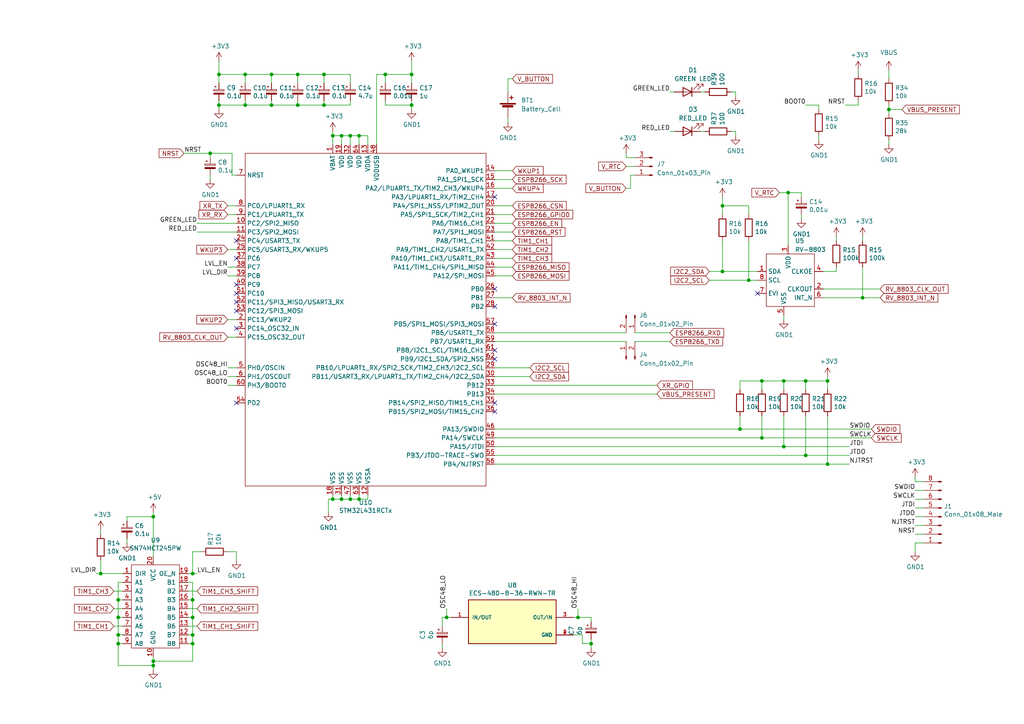
<source format=kicad_sch>
(kicad_sch (version 20231120) (generator "eeschema") (generator_version "8.0")
  (paper "A4")
  (lib_symbols
    (symbol "Connector:Conn_01x02_Pin" (pin_names (offset 1.016) hide)
      (property "Reference" "J" (at 0 2.54 0))
      (property "Value" "Conn_01x02_Pin" (at 0 -5.08 0))
      (symbol "Conn_01x02_Pin_1_1"
        (pin passive line (at 5.08 0 180) (length 3.81) (name "Pin_1") (number "1"))
        (pin passive line (at 5.08 -2.54 180) (length 3.81) (name "Pin_2") (number "2"))
      )
    )
    (symbol "Connector:Conn_01x03_Pin" (pin_names (offset 1.016) hide)
      (property "Reference" "J" (at 0 5.08 0))
      (property "Value" "Conn_01x03_Pin" (at 0 -5.08 0))
      (symbol "Conn_01x03_Pin_1_1"
        (pin passive line (at 5.08 2.54 180) (length 3.81) (name "Pin_1") (number "1"))
        (pin passive line (at 5.08 0 180) (length 3.81) (name "Pin_2") (number "2"))
        (pin passive line (at 5.08 -2.54 180) (length 3.81) (name "Pin_3") (number "3"))
      )
    )
    (symbol "Connector:Conn_01x08_Male" (pin_names (offset 1.016) hide)
      (property "Reference" "J" (at 0 10.16 0))
      (property "Value" "Conn_01x08_Male" (at 0 -12.7 0))
      (symbol "Conn_01x08_Male_1_1"
        (pin passive line (at 5.08 7.62 180) (length 3.81) (name "Pin_1") (number "1"))
        (pin passive line (at 5.08 5.08 180) (length 3.81) (name "Pin_2") (number "2"))
        (pin passive line (at 5.08 2.54 180) (length 3.81) (name "Pin_3") (number "3"))
        (pin passive line (at 5.08 0 180) (length 3.81) (name "Pin_4") (number "4"))
        (pin passive line (at 5.08 -2.54 180) (length 3.81) (name "Pin_5") (number "5"))
        (pin passive line (at 5.08 -5.08 180) (length 3.81) (name "Pin_6") (number "6"))
        (pin passive line (at 5.08 -7.62 180) (length 3.81) (name "Pin_7") (number "7"))
        (pin passive line (at 5.08 -10.16 180) (length 3.81) (name "Pin_8") (number "8"))
      )
    )
    (symbol "Device:Battery_Cell" (pin_numbers hide) (pin_names (offset 0) hide)
      (property "Reference" "BT" (at 2.54 2.54 0))
      (property "Value" "Battery_Cell" (at 2.54 0 0))
      (symbol "Battery_Cell_1_1"
        (pin passive line (at 0 5.08 270) (length 2.54) (name "+") (number "1"))
        (pin passive line (at 0 -2.54 90) (length 2.54) (name "-") (number "2"))
      )
    )
    (symbol "Device:LED" (pin_numbers hide) (pin_names (offset 1.016) hide)
      (property "Reference" "D" (at 0 2.54 0))
      (property "Value" "LED" (at 0 -2.54 0))
      (symbol "LED_1_1"
        (pin passive line (at -3.81 0 0) (length 2.54) (name "K") (number "1"))
        (pin passive line (at 3.81 0 180) (length 2.54) (name "A") (number "2"))
      )
    )
    (symbol "Device:R" (pin_numbers hide) (pin_names (offset 0))
      (property "Reference" "R" (at 2.032 0 90))
      (property "Value" "R" (at 0 0 90))
      (symbol "R_1_1"
        (pin passive line (at 0 3.81 270) (length 1.27) (name "~") (number "1"))
        (pin passive line (at 0 -3.81 90) (length 1.27) (name "~") (number "2"))
      )
    )
    (symbol "power:+5V" (power) (pin_names (offset 0))
      (property "Value" "+5V" (at 0 3.556 0))
      (symbol "+5V_1_1"
        (pin power_in line (at 0 0 90) (length 0) hide (name "+5V") (number "1"))
      )
    )
    (symbol "power:GND1" (power) (pin_names (offset 0))
      (property "Value" "GND1" (at 0 -3.81 0))
      (symbol "GND1_1_1"
        (pin power_in line (at 0 0 270) (length 0) hide (name "GND1") (number "1"))
      )
    )
    (symbol "power:VBUS" (power) (pin_names (offset 0))
      (property "Value" "VBUS" (at 0 3.81 0))
      (symbol "VBUS_1_1"
        (pin power_in line (at 0 0 90) (length 0) hide (name "VBUS") (number "1"))
      )
    )
    (symbol "spudglo_driver_v3p1-rescue:+3.3V-power" (power) (pin_names (offset 0))
      (property "Value" "+3.3V-power" (at 0 3.556 0))
      (symbol "+3.3V-power_1_1"
        (pin power_in line (at 0 0 90) (length 0) hide (name "+3V3") (number "1"))
      )
    )
    (symbol "spudglo_driver_v3p1-rescue:CP_Small-Device" (pin_numbers hide) (pin_names (offset 0.254) hide)
      (property "Reference" "C" (at 0.254 1.778 0))
      (property "Value" "CP_Small-Device" (at 0.254 -2.032 0))
      (symbol "CP_Small-Device_1_1"
        (pin passive line (at 0 2.54 270) (length 1.8542) (name "~") (number "1"))
        (pin passive line (at 0 -2.54 90) (length 1.8542) (name "~") (number "2"))
      )
    )
    (symbol "spudglo_driver_v3p1-rescue:ECS-480-8-36-RWN-TR-ECS-480-8-36-RWN-TR" (pin_names (offset 1.016))
      (property "Reference" "Y" (at -12.7254 7.6454 0))
      (property "Value" "ECS-480-8-36-RWN-TR-ECS-480-8-36-RWN-TR" (at -12.7 -7.62 0))
      (symbol "ECS-480-8-36-RWN-TR-ECS-480-8-36-RWN-TR_0_0"
        (pin bidirectional line (at -17.78 2.54 0) (length 5.08) (name "IN/OUT") (number "1"))
        (pin power_in line (at 17.78 -2.54 180) (length 5.08) (name "GND") (number "2"))
        (pin bidirectional line (at 17.78 2.54 180) (length 5.08) (name "OUT/IN") (number "3"))
        (pin power_in line (at 17.78 -2.54 180) (length 5.08) (name "GND") (number "4"))
      )
    )
    (symbol "spudglo_driver_v3p1-rescue:SN74HCT245PW-srw_custom" (pin_names (offset 1.016))
      (property "Reference" "U" (at -13.97 16.51 0))
      (property "Value" "SN74HCT245PW-srw_custom" (at 0 -34.29 0))
      (symbol "SN74HCT245PW-srw_custom_1_1"
        (pin input line (at -2.54 -2.54 0) (length 2.54) (name "DIR") (number "1"))
        (pin input line (at 6.35 -26.67 90) (length 2.54) (name "GND") (number "10"))
        (pin input line (at 16.51 -22.86 180) (length 2.54) (name "B8") (number "11"))
        (pin input line (at 16.51 -20.32 180) (length 2.54) (name "B7") (number "12"))
        (pin input line (at 16.51 -17.78 180) (length 2.54) (name "B6") (number "13"))
        (pin input line (at 16.51 -15.24 180) (length 2.54) (name "B5") (number "14"))
        (pin input line (at 16.51 -12.7 180) (length 2.54) (name "B4") (number "15"))
        (pin input line (at 16.51 -10.16 180) (length 2.54) (name "B3") (number "16"))
        (pin input line (at 16.51 -7.62 180) (length 2.54) (name "B2") (number "17"))
        (pin input line (at 16.51 -5.08 180) (length 2.54) (name "B1") (number "18"))
        (pin input line (at 16.51 -2.54 180) (length 2.54) (name "OE_N") (number "19"))
        (pin input line (at -2.54 -5.08 0) (length 2.54) (name "A1") (number "2"))
        (pin input line (at 6.35 2.54 270) (length 2.54) (name "VCC") (number "20"))
        (pin input line (at -2.54 -7.62 0) (length 2.54) (name "A2") (number "3"))
        (pin input line (at -2.54 -10.16 0) (length 2.54) (name "A3") (number "4"))
        (pin input line (at -2.54 -12.7 0) (length 2.54) (name "A4") (number "5"))
        (pin input line (at -2.54 -15.24 0) (length 2.54) (name "A5") (number "6"))
        (pin input line (at -2.54 -17.78 0) (length 2.54) (name "A6") (number "7"))
        (pin input line (at -2.54 -20.32 0) (length 2.54) (name "A7") (number "8"))
        (pin input line (at -2.54 -22.86 0) (length 2.54) (name "A8") (number "9"))
      )
    )
    (symbol "spudglo_driver_v3p1-rescue:STM32L431RCTx-MCU_ST_STM32L4"
      (property "Reference" "U" (at -6.35 29.21 0))
      (property "Value" "STM32L431RCTx-MCU_ST_STM32L4" (at -8.89 -72.39 0))
      (symbol "STM32L431RCTx-MCU_ST_STM32L4_1_1"
        (pin power_in line (at 16.51 29.21 270) (length 2.54) (name "VBAT") (number "1"))
        (pin bidirectional line (at -11.43 6.35 0) (length 2.54) (name "PC2/SPI2_MISO") (number "10"))
        (pin bidirectional line (at -11.43 3.81 0) (length 2.54) (name "PC3/SPI2_MOSI") (number "11"))
        (pin power_in line (at 26.67 -72.39 90) (length 2.54) (name "VSSA") (number "12"))
        (pin power_in line (at 26.67 29.21 270) (length 2.54) (name "VDDA") (number "13"))
        (pin bidirectional line (at 63.5 21.59 180) (length 2.54) (name "PA0_WKUP1") (number "14"))
        (pin bidirectional line (at 63.5 19.05 180) (length 2.54) (name "PA1_SPI1_SCK") (number "15"))
        (pin bidirectional line (at 63.5 16.51 180) (length 2.54) (name "PA2/LPUART1_TX/TIM2_CH3/WKUP4") (number "16"))
        (pin bidirectional line (at 63.5 13.97 180) (length 2.54) (name "PA3/LPUART1_RX/TIM2_CH4") (number "17"))
        (pin power_in line (at 16.51 -72.39 90) (length 2.54) (name "VSS") (number "18"))
        (pin power_in line (at 19.05 29.21 270) (length 2.54) (name "VDD") (number "19"))
        (pin bidirectional line (at -11.43 -21.59 0) (length 2.54) (name "PC13/WKUP2") (number "2"))
        (pin bidirectional line (at 63.5 11.43 180) (length 2.54) (name "PA4/SPI1_NSS/LPTIM2_OUT") (number "20"))
        (pin bidirectional line (at 63.5 8.89 180) (length 2.54) (name "PA5/SPI1_SCK/TIM2_CH1") (number "21"))
        (pin bidirectional line (at 63.5 6.35 180) (length 2.54) (name "PA6/TIM16_CH1") (number "22"))
        (pin bidirectional line (at 63.5 3.81 180) (length 2.54) (name "PA7/SPI1_MOSI") (number "23"))
        (pin bidirectional line (at -11.43 1.27 0) (length 2.54) (name "PC4/USART3_TX") (number "24"))
        (pin bidirectional line (at -11.43 -1.27 0) (length 2.54) (name "PC5/USART3_RX/WKUP5") (number "25"))
        (pin bidirectional line (at 63.5 -12.7 180) (length 2.54) (name "PB0") (number "26"))
        (pin bidirectional line (at 63.5 -15.24 180) (length 2.54) (name "PB1") (number "27"))
        (pin bidirectional line (at 63.5 -17.78 180) (length 2.54) (name "PB2") (number "28"))
        (pin bidirectional line (at 63.5 -35.56 180) (length 2.54) (name "PB10/LPUART1_RX/SPI2_SCK/TIM2_CH3/I2C2_SCL") (number "29"))
        (pin bidirectional line (at -11.43 -24.13 0) (length 2.54) (name "PC14_OSC32_IN") (number "3"))
        (pin bidirectional line (at 63.5 -38.1 180) (length 2.54) (name "PB11/USART3_RX/LPUART1_TX/TIM2_CH4/I2C2_SDA") (number "30"))
        (pin power_in line (at 19.05 -72.39 90) (length 2.54) (name "VSS") (number "31"))
        (pin power_in line (at 21.59 29.21 270) (length 2.54) (name "VDD") (number "32"))
        (pin bidirectional line (at 63.5 -40.64 180) (length 2.54) (name "PB12") (number "33"))
        (pin bidirectional line (at 63.5 -43.18 180) (length 2.54) (name "PB13") (number "34"))
        (pin bidirectional line (at 63.5 -45.72 180) (length 2.54) (name "PB14/SPI2_MISO/TIM15_CH1") (number "35"))
        (pin bidirectional line (at 63.5 -48.26 180) (length 2.54) (name "PB15/SPI2_MOSI/TIM15_CH2") (number "36"))
        (pin bidirectional line (at -11.43 -3.81 0) (length 2.54) (name "PC6") (number "37"))
        (pin bidirectional line (at -11.43 -6.35 0) (length 2.54) (name "PC7") (number "38"))
        (pin bidirectional line (at -11.43 -8.89 0) (length 2.54) (name "PC8") (number "39"))
        (pin bidirectional line (at -11.43 -26.67 0) (length 2.54) (name "PC15_OSC32_OUT") (number "4"))
        (pin bidirectional line (at -11.43 -11.43 0) (length 2.54) (name "PC9") (number "40"))
        (pin bidirectional line (at 63.5 1.27 180) (length 2.54) (name "PA8/TIM1_CH1") (number "41"))
        (pin bidirectional line (at 63.5 -1.27 180) (length 2.54) (name "PA9/TIM1_CH2/USART1_TX") (number "42"))
        (pin bidirectional line (at 63.5 -3.81 180) (length 2.54) (name "PA10/TIM1_CH3/USART1_RX") (number "43"))
        (pin bidirectional line (at 63.5 -6.35 180) (length 2.54) (name "PA11/TIM1_CH4/SPI1_MISO") (number "44"))
        (pin bidirectional line (at 63.5 -8.89 180) (length 2.54) (name "PA12/SPI_MOSI") (number "45"))
        (pin bidirectional line (at 63.5 -53.34 180) (length 2.54) (name "PA13/SWDIO") (number "46"))
        (pin power_in line (at 21.59 -72.39 90) (length 2.54) (name "VSS") (number "47"))
        (pin power_in line (at 29.21 29.21 270) (length 2.54) (name "VDDUSB") (number "48"))
        (pin bidirectional line (at 63.5 -55.88 180) (length 2.54) (name "PA14/SWCLK") (number "49"))
        (pin input line (at -11.43 -35.56 0) (length 2.54) (name "PH0/OSCIN") (number "5"))
        (pin bidirectional line (at 63.5 -58.42 180) (length 2.54) (name "PA15/JTDI") (number "50"))
        (pin bidirectional line (at -11.43 -13.97 0) (length 2.54) (name "PC10") (number "51"))
        (pin bidirectional line (at -11.43 -16.51 0) (length 2.54) (name "PC11/SPI3_MISO/USART3_RX") (number "52"))
        (pin bidirectional line (at -11.43 -19.05 0) (length 2.54) (name "PC12/SPI3_MOSI") (number "53"))
        (pin bidirectional line (at -11.43 -45.72 0) (length 2.54) (name "PD2") (number "54"))
        (pin bidirectional line (at 63.5 -60.96 180) (length 2.54) (name "PB3/JTDO-TRACE-SWO") (number "55"))
        (pin bidirectional line (at 63.5 -63.5 180) (length 2.54) (name "PB4/NJTRST") (number "56"))
        (pin bidirectional line (at 63.5 -22.86 180) (length 2.54) (name "PB5/SPI1_MOSI/SPI3_MOSI") (number "57"))
        (pin bidirectional line (at 63.5 -25.4 180) (length 2.54) (name "PB6/USART1_TX") (number "58"))
        (pin bidirectional line (at 63.5 -27.94 180) (length 2.54) (name "PB7/USART1_RX") (number "59"))
        (pin input line (at -11.43 -38.1 0) (length 2.54) (name "PH1/OSCOUT") (number "6"))
        (pin bidirectional line (at -11.43 -40.64 0) (length 2.54) (name "PH3/BOOT0") (number "60"))
        (pin bidirectional line (at 63.5 -30.48 180) (length 2.54) (name "PB8/I2C1_SCL/TIM16_CH1") (number "61"))
        (pin bidirectional line (at 63.5 -33.02 180) (length 2.54) (name "PB9/I2C1_SDA/SPI2_NSS") (number "62"))
        (pin power_in line (at 24.13 -72.39 90) (length 2.54) (name "VSS") (number "63"))
        (pin power_in line (at 24.13 29.21 270) (length 2.54) (name "VDD") (number "64"))
        (pin input line (at -11.43 20.32 0) (length 2.54) (name "NRST") (number "7"))
        (pin bidirectional line (at -11.43 11.43 0) (length 2.54) (name "PC0/LPUART1_RX") (number "8"))
        (pin bidirectional line (at -11.43 8.89 0) (length 2.54) (name "PC1/LPUART1_TX") (number "9"))
      )
    )
    (symbol "srw:rv-8803"
      (property "Reference" "U" (at -1.27 2.54 0))
      (property "Value" "RV-8803" (at 12.7 -16.51 0))
      (symbol "rv-8803_1_1"
        (pin input line (at -2.54 -5.08 0) (length 2.54) (name "SDA") (number "1"))
        (pin input line (at 16.51 -10.16 180) (length 2.54) (name "CLKOUT") (number "2"))
        (pin input line (at 6.35 2.54 270) (length 2.54) (name "VDD") (number "3"))
        (pin input line (at 16.51 -5.08 180) (length 2.54) (name "CLKOE") (number "4"))
        (pin input line (at 5.08 -17.78 90) (length 2.54) (name "VSS") (number "5"))
        (pin input line (at 16.51 -12.7 180) (length 2.54) (name "INT_N") (number "6"))
        (pin input line (at -2.54 -11.43 0) (length 2.54) (name "EVI") (number "7"))
        (pin input line (at -2.54 -7.62 0) (length 2.54) (name "SCL") (number "8"))
      )
    )
  )
  (junction (at 99.06 144.78))
  (junction (at 44.45 193.04))
  (junction (at 104.14 144.78))
  (junction (at 44.45 191.77))
  (junction (at 171.45 186.69))
  (junction (at 93.98 30.48))
  (junction (at 240.03 110.49))
  (junction (at 111.76 21.59))
  (junction (at 86.36 30.48))
  (junction (at 34.29 179.07))
  (junction (at 220.98 110.49))
  (junction (at 227.33 110.49))
  (junction (at 129.54 179.07))
  (junction (at 96.52 39.37))
  (junction (at 240.03 134.62))
  (junction (at 34.29 173.99))
  (junction (at 71.12 30.48))
  (junction (at 101.6 39.37))
  (junction (at 55.88 184.15))
  (junction (at 34.29 186.69))
  (junction (at 217.17 81.28))
  (junction (at 214.63 124.46))
  (junction (at 96.52 144.78))
  (junction (at 60.96 44.45))
  (junction (at 227.33 129.54))
  (junction (at 119.38 30.48))
  (junction (at 228.6 55.88))
  (junction (at 63.5 30.48))
  (junction (at 55.88 179.07))
  (junction (at 55.88 173.99))
  (junction (at 233.68 110.49))
  (junction (at 104.14 39.37))
  (junction (at 250.19 86.36))
  (junction (at 119.38 21.59))
  (junction (at 167.64 179.07))
  (junction (at 78.74 21.59))
  (junction (at 55.88 186.69))
  (junction (at 78.74 30.48))
  (junction (at 86.36 21.59))
  (junction (at 233.68 132.08))
  (junction (at 209.55 59.69))
  (junction (at 93.98 21.59))
  (junction (at 29.21 166.37))
  (junction (at 63.5 21.59))
  (junction (at 71.12 21.59))
  (junction (at 257.81 31.75))
  (junction (at 220.98 127))
  (junction (at 101.6 144.78))
  (junction (at 34.29 184.15))
  (junction (at 55.88 166.37))
  (junction (at 44.45 149.86))
  (junction (at 99.06 39.37))
  (junction (at 209.55 78.74))
  (no_connect (at 143.51 88.9))
  (no_connect (at 68.58 69.85))
  (no_connect (at 68.58 116.84))
  (no_connect (at 68.58 87.63))
  (no_connect (at 68.58 74.93))
  (no_connect (at 143.51 119.38))
  (no_connect (at 68.58 95.25))
  (no_connect (at 219.71 85.09))
  (no_connect (at 143.51 57.15))
  (no_connect (at 143.51 104.14))
  (no_connect (at 143.51 83.82))
  (no_connect (at 143.51 101.6))
  (no_connect (at 68.58 82.55))
  (no_connect (at 143.51 116.84))
  (no_connect (at 68.58 85.09))
  (no_connect (at 68.58 90.17))
  (no_connect (at 143.51 93.98))
  (wire (pts (xy 214.63 110.49) (xy 220.98 110.49)))
  (wire (pts (xy 55.88 184.15) (xy 55.88 186.69)))
  (wire (pts (xy 86.36 30.48) (xy 86.36 29.21)))
  (wire (pts (xy 220.98 120.65) (xy 220.98 127)))
  (wire (pts (xy 203.2 38.1) (xy 204.47 38.1)))
  (wire (pts (xy 128.27 187.96) (xy 128.27 186.69)))
  (wire (pts (xy 54.61 179.07) (xy 55.88 179.07)))
  (wire (pts (xy 233.68 132.08) (xy 246.38 132.08)))
  (wire (pts (xy 54.61 166.37) (xy 55.88 166.37)))
  (wire (pts (xy 55.88 166.37) (xy 57.15 166.37)))
  (wire (pts (xy 228.6 55.88) (xy 228.6 71.12)))
  (wire (pts (xy 104.14 144.78) (xy 106.68 144.78)))
  (wire (pts (xy 68.58 50.8) (xy 67.31 50.8)))
  (wire (pts (xy 228.6 55.88) (xy 232.41 55.88)))
  (wire (pts (xy 66.04 160.02) (xy 68.58 160.02)))
  (wire (pts (xy 143.51 62.23) (xy 148.59 62.23)))
  (wire (pts (xy 34.29 179.07) (xy 34.29 173.99)))
  (wire (pts (xy 78.74 30.48) (xy 78.74 29.21)))
  (wire (pts (xy 143.51 80.01) (xy 148.59 80.01)))
  (wire (pts (xy 63.5 30.48) (xy 71.12 30.48)))
  (wire (pts (xy 257.81 31.75) (xy 257.81 33.02)))
  (wire (pts (xy 34.29 186.69) (xy 34.29 184.15)))
  (wire (pts (xy 265.43 144.78) (xy 267.97 144.78)))
  (wire (pts (xy 106.68 144.78) (xy 106.68 143.51)))
  (wire (pts (xy 101.6 144.78) (xy 101.6 143.51)))
  (wire (pts (xy 119.38 24.13) (xy 119.38 21.59)))
  (wire (pts (xy 212.09 26.67) (xy 213.36 26.67)))
  (wire (pts (xy 128.27 179.07) (xy 128.27 181.61)))
  (wire (pts (xy 148.59 54.61) (xy 143.51 54.61)))
  (wire (pts (xy 213.36 26.67) (xy 213.36 27.94)))
  (wire (pts (xy 33.02 176.53) (xy 35.56 176.53)))
  (wire (pts (xy 93.98 30.48) (xy 101.6 30.48)))
  (wire (pts (xy 86.36 21.59) (xy 93.98 21.59)))
  (wire (pts (xy 78.74 24.13) (xy 78.74 21.59)))
  (wire (pts (xy 101.6 39.37) (xy 99.06 39.37)))
  (wire (pts (xy 55.88 173.99) (xy 55.88 168.91)))
  (wire (pts (xy 147.32 26.67) (xy 147.32 22.86)))
  (wire (pts (xy 181.61 48.26) (xy 184.15 48.26)))
  (wire (pts (xy 96.52 39.37) (xy 96.52 38.1)))
  (wire (pts (xy 203.2 26.67) (xy 204.47 26.67)))
  (wire (pts (xy 167.64 176.53) (xy 167.64 179.07)))
  (wire (pts (xy 34.29 173.99) (xy 35.56 173.99)))
  (wire (pts (xy 67.31 44.45) (xy 60.96 44.45)))
  (wire (pts (xy 44.45 191.77) (xy 55.88 191.77)))
  (wire (pts (xy 44.45 191.77) (xy 44.45 190.5)))
  (wire (pts (xy 226.06 55.88) (xy 228.6 55.88)))
  (wire (pts (xy 147.32 22.86) (xy 148.59 22.86)))
  (wire (pts (xy 213.36 38.1) (xy 213.36 39.37)))
  (wire (pts (xy 55.88 168.91) (xy 54.61 168.91)))
  (wire (pts (xy 130.81 179.07) (xy 129.54 179.07)))
  (wire (pts (xy 34.29 173.99) (xy 34.29 168.91)))
  (wire (pts (xy 111.76 21.59) (xy 111.76 24.13)))
  (wire (pts (xy 220.98 110.49) (xy 227.33 110.49)))
  (wire (pts (xy 44.45 193.04) (xy 34.29 193.04)))
  (wire (pts (xy 63.5 30.48) (xy 63.5 31.75)))
  (wire (pts (xy 119.38 29.21) (xy 119.38 30.48)))
  (wire (pts (xy 29.21 154.94) (xy 29.21 153.67)))
  (wire (pts (xy 101.6 41.91) (xy 101.6 39.37)))
  (wire (pts (xy 205.74 78.74) (xy 209.55 78.74)))
  (wire (pts (xy 66.04 109.22) (xy 68.58 109.22)))
  (wire (pts (xy 104.14 41.91) (xy 104.14 39.37)))
  (wire (pts (xy 143.51 72.39) (xy 148.59 72.39)))
  (wire (pts (xy 71.12 30.48) (xy 71.12 29.21)))
  (wire (pts (xy 143.51 109.22) (xy 153.67 109.22)))
  (wire (pts (xy 55.88 191.77) (xy 55.88 186.69)))
  (wire (pts (xy 101.6 21.59) (xy 93.98 21.59)))
  (wire (pts (xy 129.54 176.53) (xy 129.54 179.07)))
  (wire (pts (xy 184.15 96.52) (xy 194.31 96.52)))
  (wire (pts (xy 96.52 144.78) (xy 99.06 144.78)))
  (wire (pts (xy 27.94 166.37) (xy 29.21 166.37)))
  (wire (pts (xy 55.88 184.15) (xy 55.88 179.07)))
  (wire (pts (xy 212.09 38.1) (xy 213.36 38.1)))
  (wire (pts (xy 194.31 26.67) (xy 195.58 26.67)))
  (wire (pts (xy 143.51 124.46) (xy 214.63 124.46)))
  (wire (pts (xy 143.51 77.47) (xy 148.59 77.47)))
  (wire (pts (xy 66.04 106.68) (xy 68.58 106.68)))
  (wire (pts (xy 233.68 30.48) (xy 237.49 30.48)))
  (wire (pts (xy 54.61 184.15) (xy 55.88 184.15)))
  (wire (pts (xy 93.98 29.21) (xy 93.98 30.48)))
  (wire (pts (xy 111.76 21.59) (xy 119.38 21.59)))
  (wire (pts (xy 57.15 67.31) (xy 68.58 67.31)))
  (wire (pts (xy 96.52 144.78) (xy 96.52 143.51)))
  (wire (pts (xy 119.38 31.75) (xy 119.38 30.48)))
  (wire (pts (xy 182.88 54.61) (xy 182.88 50.8)))
  (wire (pts (xy 194.31 38.1) (xy 195.58 38.1)))
  (wire (pts (xy 143.51 52.07) (xy 148.59 52.07)))
  (wire (pts (xy 57.15 64.77) (xy 68.58 64.77)))
  (wire (pts (xy 63.5 21.59) (xy 63.5 17.78)))
  (wire (pts (xy 63.5 24.13) (xy 63.5 21.59)))
  (wire (pts (xy 250.19 77.47) (xy 250.19 86.36)))
  (wire (pts (xy 242.57 68.58) (xy 242.57 69.85)))
  (wire (pts (xy 63.5 29.21) (xy 63.5 30.48)))
  (wire (pts (xy 101.6 144.78) (xy 104.14 144.78)))
  (wire (pts (xy 99.06 144.78) (xy 101.6 144.78)))
  (wire (pts (xy 227.33 110.49) (xy 227.33 113.03)))
  (wire (pts (xy 265.43 157.48) (xy 265.43 160.02)))
  (wire (pts (xy 44.45 194.31) (xy 44.45 193.04)))
  (wire (pts (xy 71.12 30.48) (xy 78.74 30.48)))
  (wire (pts (xy 265.43 152.4) (xy 267.97 152.4)))
  (wire (pts (xy 34.29 168.91) (xy 35.56 168.91)))
  (wire (pts (xy 33.02 181.61) (xy 35.56 181.61)))
  (wire (pts (xy 232.41 55.88) (xy 232.41 57.15)))
  (wire (pts (xy 66.04 59.69) (xy 68.58 59.69)))
  (wire (pts (xy 238.76 86.36) (xy 250.19 86.36)))
  (wire (pts (xy 250.19 86.36) (xy 255.27 86.36)))
  (wire (pts (xy 71.12 21.59) (xy 78.74 21.59)))
  (wire (pts (xy 209.55 59.69) (xy 209.55 62.23)))
  (wire (pts (xy 44.45 149.86) (xy 44.45 161.29)))
  (wire (pts (xy 166.37 184.15) (xy 168.91 184.15)))
  (wire (pts (xy 233.68 110.49) (xy 227.33 110.49)))
  (wire (pts (xy 143.51 86.36) (xy 148.59 86.36)))
  (wire (pts (xy 171.45 179.07) (xy 167.64 179.07)))
  (wire (pts (xy 29.21 162.56) (xy 29.21 166.37)))
  (wire (pts (xy 181.61 54.61) (xy 182.88 54.61)))
  (wire (pts (xy 34.29 193.04) (xy 34.29 186.69)))
  (wire (pts (xy 257.81 31.75) (xy 261.62 31.75)))
  (wire (pts (xy 267.97 139.7) (xy 265.43 139.7)))
  (wire (pts (xy 143.51 134.62) (xy 240.03 134.62)))
  (wire (pts (xy 257.81 40.64) (xy 257.81 41.91)))
  (wire (pts (xy 66.04 111.76) (xy 68.58 111.76)))
  (wire (pts (xy 55.88 179.07) (xy 55.88 173.99)))
  (wire (pts (xy 250.19 68.58) (xy 250.19 69.85)))
  (wire (pts (xy 171.45 180.34) (xy 171.45 179.07)))
  (wire (pts (xy 63.5 21.59) (xy 71.12 21.59)))
  (wire (pts (xy 55.88 160.02) (xy 58.42 160.02)))
  (wire (pts (xy 265.43 149.86) (xy 267.97 149.86)))
  (wire (pts (xy 233.68 113.03) (xy 233.68 110.49)))
  (wire (pts (xy 119.38 21.59) (xy 119.38 17.78)))
  (wire (pts (xy 101.6 29.21) (xy 101.6 30.48)))
  (wire (pts (xy 53.34 44.45) (xy 60.96 44.45)))
  (wire (pts (xy 227.33 129.54) (xy 227.33 120.65)))
  (wire (pts (xy 111.76 29.21) (xy 111.76 30.48)))
  (wire (pts (xy 217.17 59.69) (xy 209.55 59.69)))
  (wire (pts (xy 78.74 21.59) (xy 86.36 21.59)))
  (wire (pts (xy 265.43 147.32) (xy 267.97 147.32)))
  (wire (pts (xy 44.45 193.04) (xy 44.45 191.77)))
  (wire (pts (xy 265.43 142.24) (xy 267.97 142.24)))
  (wire (pts (xy 36.83 156.21) (xy 36.83 157.48)))
  (wire (pts (xy 240.03 113.03) (xy 240.03 110.49)))
  (wire (pts (xy 248.92 21.59) (xy 248.92 20.32)))
  (wire (pts (xy 248.92 30.48) (xy 248.92 29.21)))
  (wire (pts (xy 217.17 81.28) (xy 219.71 81.28)))
  (wire (pts (xy 168.91 186.69) (xy 171.45 186.69)))
  (wire (pts (xy 240.03 134.62) (xy 240.03 120.65)))
  (wire (pts (xy 143.51 59.69) (xy 148.59 59.69)))
  (wire (pts (xy 143.51 99.06) (xy 181.61 99.06)))
  (wire (pts (xy 184.15 45.72) (xy 181.61 45.72)))
  (wire (pts (xy 143.51 111.76) (xy 190.5 111.76)))
  (wire (pts (xy 143.51 74.93) (xy 148.59 74.93)))
  (wire (pts (xy 109.22 21.59) (xy 111.76 21.59)))
  (wire (pts (xy 237.49 31.75) (xy 237.49 30.48)))
  (wire (pts (xy 233.68 110.49) (xy 240.03 110.49)))
  (wire (pts (xy 143.51 132.08) (xy 233.68 132.08)))
  (wire (pts (xy 171.45 186.69) (xy 171.45 185.42)))
  (wire (pts (xy 267.97 157.48) (xy 265.43 157.48)))
  (wire (pts (xy 143.51 129.54) (xy 227.33 129.54)))
  (wire (pts (xy 54.61 173.99) (xy 55.88 173.99)))
  (wire (pts (xy 95.25 148.59) (xy 95.25 144.78)))
  (wire (pts (xy 104.14 39.37) (xy 101.6 39.37)))
  (wire (pts (xy 167.64 179.07) (xy 166.37 179.07)))
  (wire (pts (xy 106.68 41.91) (xy 106.68 39.37)))
  (wire (pts (xy 36.83 151.13) (xy 36.83 149.86)))
  (wire (pts (xy 34.29 179.07) (xy 35.56 179.07)))
  (wire (pts (xy 99.06 39.37) (xy 96.52 39.37)))
  (wire (pts (xy 96.52 41.91) (xy 96.52 39.37)))
  (wire (pts (xy 60.96 45.72) (xy 60.96 44.45)))
  (wire (pts (xy 214.63 124.46) (xy 252.73 124.46)))
  (wire (pts (xy 237.49 40.64) (xy 237.49 39.37)))
  (wire (pts (xy 101.6 24.13) (xy 101.6 21.59)))
  (wire (pts (xy 109.22 21.59) (xy 109.22 41.91)))
  (wire (pts (xy 143.51 96.52) (xy 181.61 96.52)))
  (wire (pts (xy 227.33 91.44) (xy 227.33 92.71)))
  (wire (pts (xy 54.61 176.53) (xy 57.15 176.53)))
  (wire (pts (xy 119.38 30.48) (xy 111.76 30.48)))
  (wire (pts (xy 143.51 127) (xy 220.98 127)))
  (wire (pts (xy 93.98 21.59) (xy 93.98 24.13)))
  (wire (pts (xy 257.81 20.32) (xy 257.81 22.86)))
  (wire (pts (xy 143.51 64.77) (xy 148.59 64.77)))
  (wire (pts (xy 66.04 92.71) (xy 68.58 92.71)))
  (wire (pts (xy 104.14 143.51) (xy 104.14 144.78)))
  (wire (pts (xy 143.51 49.53) (xy 148.59 49.53)))
  (wire (pts (xy 99.06 143.51) (xy 99.06 144.78)))
  (wire (pts (xy 217.17 69.85) (xy 217.17 81.28)))
  (wire (pts (xy 240.03 134.62) (xy 246.38 134.62)))
  (wire (pts (xy 86.36 24.13) (xy 86.36 21.59)))
  (wire (pts (xy 240.03 110.49) (xy 240.03 109.22)))
  (wire (pts (xy 184.15 99.06) (xy 194.31 99.06)))
  (wire (pts (xy 55.88 186.69) (xy 54.61 186.69)))
  (wire (pts (xy 99.06 41.91) (xy 99.06 39.37)))
  (wire (pts (xy 68.58 160.02) (xy 68.58 162.56)))
  (wire (pts (xy 245.11 30.48) (xy 248.92 30.48)))
  (wire (pts (xy 66.04 62.23) (xy 68.58 62.23)))
  (wire (pts (xy 238.76 83.82) (xy 255.27 83.82)))
  (wire (pts (xy 205.74 81.28) (xy 217.17 81.28)))
  (wire (pts (xy 95.25 144.78) (xy 96.52 144.78)))
  (wire (pts (xy 66.04 97.79) (xy 68.58 97.79)))
  (wire (pts (xy 34.29 184.15) (xy 35.56 184.15)))
  (wire (pts (xy 66.04 80.01) (xy 68.58 80.01)))
  (wire (pts (xy 78.74 30.48) (xy 86.36 30.48)))
  (wire (pts (xy 143.51 69.85) (xy 148.59 69.85)))
  (wire (pts (xy 238.76 78.74) (xy 242.57 78.74)))
  (wire (pts (xy 209.55 57.15) (xy 209.55 59.69)))
  (wire (pts (xy 214.63 124.46) (xy 214.63 120.65)))
  (wire (pts (xy 44.45 148.59) (xy 44.45 149.86)))
  (wire (pts (xy 129.54 179.07) (xy 128.27 179.07)))
  (wire (pts (xy 143.51 67.31) (xy 148.59 67.31)))
  (wire (pts (xy 93.98 30.48) (xy 86.36 30.48)))
  (wire (pts (xy 233.68 132.08) (xy 233.68 120.65)))
  (wire (pts (xy 67.31 50.8) (xy 67.31 44.45)))
  (wire (pts (xy 35.56 166.37) (xy 29.21 166.37)))
  (wire (pts (xy 60.96 52.07) (xy 60.96 50.8)))
  (wire (pts (xy 214.63 113.03) (xy 214.63 110.49)))
  (wire (pts (xy 33.02 171.45) (xy 35.56 171.45)))
  (wire (pts (xy 36.83 149.86) (xy 44.45 149.86)))
  (wire (pts (xy 106.68 39.37) (xy 104.14 39.37)))
  (wire (pts (xy 66.04 77.47) (xy 68.58 77.47)))
  (wire (pts (xy 66.04 72.39) (xy 68.58 72.39)))
  (wire (pts (xy 54.61 181.61) (xy 57.15 181.61)))
  (wire (pts (xy 181.61 45.72) (xy 181.61 44.45)))
  (wire (pts (xy 220.98 127) (xy 252.73 127)))
  (wire (pts (xy 55.88 166.37) (xy 55.88 160.02)))
  (wire (pts (xy 34.29 186.69) (xy 35.56 186.69)))
  (wire (pts (xy 265.43 154.94) (xy 267.97 154.94)))
  (wire (pts (xy 54.61 171.45) (xy 57.15 171.45)))
  (wire (pts (xy 257.81 30.48) (xy 257.81 31.75)))
  (wire (pts (xy 232.41 62.23) (xy 232.41 63.5)))
  (wire (pts (xy 171.45 187.96) (xy 171.45 186.69)))
  (wire (pts (xy 209.55 78.74) (xy 219.71 78.74)))
  (wire (pts (xy 71.12 24.13) (xy 71.12 21.59)))
  (wire (pts (xy 34.29 184.15) (xy 34.29 179.07)))
  (wire (pts (xy 143.51 114.3) (xy 190.5 114.3)))
  (wire (pts (xy 143.51 106.68) (xy 153.67 106.68)))
  (wire (pts (xy 209.55 69.85) (xy 209.55 78.74)))
  (wire (pts (xy 265.43 139.7) (xy 265.43 138.43)))
  (wire (pts (xy 168.91 184.15) (xy 168.91 186.69)))
  (wire (pts (xy 182.88 50.8) (xy 184.15 50.8)))
  (wire (pts (xy 242.57 78.74) (xy 242.57 77.47)))
  (wire (pts (xy 220.98 113.03) (xy 220.98 110.49)))
  (wire (pts (xy 227.33 129.54) (xy 246.38 129.54)))
  (wire (pts (xy 147.32 34.29) (xy 147.32 35.56)))
  (wire (pts (xy 217.17 62.23) (xy 217.17 59.69)))
  (label "NRST" (at 245.11 30.48 180))
  (label "LVL_EN" (at 57.15 166.37 0))
  (label "SWCLK" (at 265.43 144.78 180))
  (label "SWDIO" (at 265.43 142.24 180))
  (label "NJTRST" (at 265.43 152.4 180))
  (label "NRST" (at 265.43 154.94 180))
  (label "JTDO" (at 265.43 149.86 180))
  (label "RED_LED" (at 57.15 67.31 180))
  (label "NJTRST" (at 246.38 134.62 0))
  (label "GREEN_LED" (at 57.15 64.77 180))
  (label "OSC48_HI" (at 66.04 106.68 180))
  (label "JTDI" (at 265.43 147.32 180))
  (label "GREEN_LED" (at 194.31 26.67 180))
  (label "JTDO" (at 246.38 132.08 0))
  (label "BOOT0" (at 66.04 111.76 180))
  (label "SWCLK" (at 246.38 127 0))
  (label "BOOT0" (at 233.68 30.48 180))
  (label "JTDI" (at 246.38 129.54 0))
  (label "RED_LED" (at 194.31 38.1 180))
  (label "LVL_EN" (at 66.04 77.47 180))
  (label "LVL_DIR" (at 27.94 166.37 180))
  (label "OSC48_LO" (at 129.54 176.53 90))
  (label "OSC48_LO" (at 66.04 109.22 180))
  (label "OSC48_HI" (at 167.64 176.53 90))
  (label "SWDIO" (at 246.38 124.46 0))
  (label "NRST" (at 58.42 44.45 180))
  (label "LVL_DIR" (at 66.04 80.01 180))
  (global_label "ESP8266_EN" (shape input) (at 148.59 64.77 0) (property "Intersheetrefs" "${INTERSHEET_REFS}" (effects (hide yes))))
  (global_label "ESP8266_RST" (shape input) (at 148.59 67.31 0) (property "Intersheetrefs" "${INTERSHEET_REFS}" (effects (hide yes))))
  (global_label "RV_8803_INT_N" (shape input) (at 255.27 86.36 0) (property "Intersheetrefs" "${INTERSHEET_REFS}" (effects (hide yes))))
  (global_label "SWCLK" (shape input) (at 252.73 127 0) (property "Intersheetrefs" "${INTERSHEET_REFS}" (effects (hide yes))))
  (global_label "SWDIO" (shape input) (at 252.73 124.46 0) (property "Intersheetrefs" "${INTERSHEET_REFS}" (effects (hide yes))))
  (global_label "XR_RX" (shape input) (at 66.04 62.23 180) (property "Intersheetrefs" "${INTERSHEET_REFS}" (effects (hide yes))))
  (global_label "TIM1_CH2" (shape input) (at 33.02 176.53 180) (property "Intersheetrefs" "${INTERSHEET_REFS}" (effects (hide yes))))
  (global_label "WKUP1" (shape input) (at 148.59 49.53 0) (property "Intersheetrefs" "${INTERSHEET_REFS}" (effects (hide yes))))
  (global_label "ESP8266_CSN" (shape input) (at 148.59 59.69 0) (property "Intersheetrefs" "${INTERSHEET_REFS}" (effects (hide yes))))
  (global_label "XR_GPIO" (shape input) (at 190.5 111.76 0) (property "Intersheetrefs" "${INTERSHEET_REFS}" (effects (hide yes))))
  (global_label "ESP8266_GPIO0" (shape input) (at 148.59 62.23 0) (property "Intersheetrefs" "${INTERSHEET_REFS}" (effects (hide yes))))
  (global_label "RV_8803_CLK_OUT" (shape input) (at 255.27 83.82 0) (property "Intersheetrefs" "${INTERSHEET_REFS}" (effects (hide yes))))
  (global_label "VBUS_PRESENT" (shape input) (at 261.62 31.75 0) (property "Intersheetrefs" "${INTERSHEET_REFS}" (effects (hide yes))))
  (global_label "ESP8266_TXD" (shape input) (at 194.31 99.06 0) (property "Intersheetrefs" "${INTERSHEET_REFS}" (effects (hide yes))))
  (global_label "ESP8266_MOSI" (shape input) (at 148.59 80.01 0) (property "Intersheetrefs" "${INTERSHEET_REFS}" (effects (hide yes))))
  (global_label "TIM1_CH1_SHIFT" (shape input) (at 57.15 181.61 0) (property "Intersheetrefs" "${INTERSHEET_REFS}" (effects (hide yes))))
  (global_label "NRST" (shape input) (at 53.34 44.45 180) (property "Intersheetrefs" "${INTERSHEET_REFS}" (effects (hide yes))))
  (global_label "I2C2_SDA" (shape input) (at 205.74 78.74 180) (property "Intersheetrefs" "${INTERSHEET_REFS}" (effects (hide yes))))
  (global_label "V_RTC" (shape input) (at 226.06 55.88 180) (property "Intersheetrefs" "${INTERSHEET_REFS}" (effects (hide yes))))
  (global_label "TIM1_CH3" (shape input) (at 33.02 171.45 180) (property "Intersheetrefs" "${INTERSHEET_REFS}" (effects (hide yes))))
  (global_label "WKUP3" (shape input) (at 66.04 72.39 180) (property "Intersheetrefs" "${INTERSHEET_REFS}" (effects (hide yes))))
  (global_label "V_BUTTON" (shape input) (at 148.59 22.86 0) (property "Intersheetrefs" "${INTERSHEET_REFS}" (effects (hide yes))))
  (global_label "ESP8266_MISO" (shape input) (at 148.59 77.47 0) (property "Intersheetrefs" "${INTERSHEET_REFS}" (effects (hide yes))))
  (global_label "ESP8266_RXD" (shape input) (at 194.31 96.52 0) (property "Intersheetrefs" "${INTERSHEET_REFS}" (effects (hide yes))))
  (global_label "TIM1_CH3" (shape input) (at 148.59 74.93 0) (property "Intersheetrefs" "${INTERSHEET_REFS}" (effects (hide yes))))
  (global_label "TIM1_CH1" (shape input) (at 33.02 181.61 180) (property "Intersheetrefs" "${INTERSHEET_REFS}" (effects (hide yes))))
  (global_label "TIM1_CH2_SHIFT" (shape input) (at 57.15 176.53 0) (property "Intersheetrefs" "${INTERSHEET_REFS}" (effects (hide yes))))
  (global_label "V_RTC" (shape input) (at 181.61 48.26 180) (property "Intersheetrefs" "${INTERSHEET_REFS}" (effects (hide yes))))
  (global_label "RV_8803_INT_N" (shape input) (at 148.59 86.36 0) (property "Intersheetrefs" "${INTERSHEET_REFS}" (effects (hide yes))))
  (global_label "I2C2_SCL" (shape input) (at 205.74 81.28 180) (property "Intersheetrefs" "${INTERSHEET_REFS}" (effects (hide yes))))
  (global_label "TIM1_CH2" (shape input) (at 148.59 72.39 0) (property "Intersheetrefs" "${INTERSHEET_REFS}" (effects (hide yes))))
  (global_label "I2C2_SDA" (shape input) (at 153.67 109.22 0) (property "Intersheetrefs" "${INTERSHEET_REFS}" (effects (hide yes))))
  (global_label "RV_8803_CLK_OUT" (shape input) (at 66.04 97.79 180) (property "Intersheetrefs" "${INTERSHEET_REFS}" (effects (hide yes))))
  (global_label "ESP8266_SCK" (shape input) (at 148.59 52.07 0) (property "Intersheetrefs" "${INTERSHEET_REFS}" (effects (hide yes))))
  (global_label "WKUP4" (shape input) (at 148.59 54.61 0) (property "Intersheetrefs" "${INTERSHEET_REFS}" (effects (hide yes))))
  (global_label "V_BUTTON" (shape input) (at 181.61 54.61 180) (property "Intersheetrefs" "${INTERSHEET_REFS}" (effects (hide yes))))
  (global_label "TIM1_CH3_SHIFT" (shape input) (at 57.15 171.45 0) (property "Intersheetrefs" "${INTERSHEET_REFS}" (effects (hide yes))))
  (global_label "WKUP2" (shape input) (at 66.04 92.71 180) (property "Intersheetrefs" "${INTERSHEET_REFS}" (effects (hide yes))))
  (global_label "VBUS_PRESENT" (shape input) (at 190.5 114.3 0) (property "Intersheetrefs" "${INTERSHEET_REFS}" (effects (hide yes))))
  (global_label "TIM1_CH1" (shape input) (at 148.59 69.85 0) (property "Intersheetrefs" "${INTERSHEET_REFS}" (effects (hide yes))))
  (global_label "I2C2_SCL" (shape input) (at 153.67 106.68 0) (property "Intersheetrefs" "${INTERSHEET_REFS}" (effects (hide yes))))
  (global_label "XR_TX" (shape input) (at 66.04 59.69 180) (property "Intersheetrefs" "${INTERSHEET_REFS}" (effects (hide yes))))
  (symbol (lib_id "Connector:Conn_01x02_Pin") (at 181.61 104.14 90) (unit 1)
    (property "Reference" "J4" (at 185.42 102.87 90) (effects (justify right)))
    (property "Value" "Conn_01x02_Pin" (at 185.42 105.41 90) (effects (justify right)))
    (property "Footprint" "Connector_PinHeader_2.54mm:PinHeader_1x02_P2.54mm_Vertical" (effects (hide yes)))
  )
  (symbol (lib_id "Device:LED") (at 199.39 38.1 180) (unit 1)
    (property "Reference" "D3" (at 200.9775 31.75 0))
    (property "Value" "RED_LED" (at 200.9775 34.29 0))
    (property "Footprint" "LED_SMD:LED_0603_1608Metric" (effects (hide yes)))
    (property "Datasheet" "C389517" (effects (hide yes)))
  )
  (symbol (lib_id "spudglo_driver_v3p1-rescue:STM32L431RCTx-MCU_ST_STM32L4") (at 80.01 71.12 0) (unit 1)
    (property "Reference" "U10" (at 106.045 145.7706 0))
    (property "Value" "STM32L431RCTx" (at 106.045 148.082 0))
    (property "Footprint" "Package_QFP:LQFP-64_10x10mm_P0.5mm" (effects (hide yes)))
    (property "Datasheet" "http://www.st.com/st-web-ui/static/active/en/resource/technical/document/datasheet/DM00257211.pdf" (effects (hide yes)))
  )
  (symbol (lib_id "power:GND1") (at 227.33 92.71 0) (unit 1)
    (property "Reference" "#PWR0147" (effects (hide yes)))
    (property "Value" "GND1" (at 227.457 97.1042 0))
  )
  (symbol (lib_id "Device:R") (at 227.33 116.84 0) (unit 1)
    (property "Reference" "R20" (at 229.108 115.6716 0) (effects (justify left)))
    (property "Value" "10k" (at 229.108 117.983 0) (effects (justify left)))
    (property "Footprint" "Resistor_SMD:R_0603_1608Metric_Pad0.98x0.95mm_HandSolder" (effects (hide yes)))
  )
  (symbol (lib_id "spudglo_driver_v3p1-rescue:CP_Small-Device") (at 63.5 26.67 0) (unit 1)
    (property "Reference" "C9" (at 65.7352 25.5016 0) (effects (justify left)))
    (property "Value" "0.1u" (at 65.7352 27.813 0) (effects (justify left)))
    (property "Footprint" "Capacitor_SMD:C_0603_1608Metric_Pad1.08x0.95mm_HandSolder" (effects (hide yes)))
  )
  (symbol (lib_id "Device:R") (at 257.81 26.67 0) (unit 1)
    (property "Reference" "R34" (at 259.588 25.5016 0) (effects (justify left)))
    (property "Value" "10k" (at 259.588 27.813 0) (effects (justify left)))
    (property "Footprint" "Resistor_SMD:R_0603_1608Metric_Pad0.98x0.95mm_HandSolder" (effects (hide yes)))
  )
  (symbol (lib_id "spudglo_driver_v3p1-rescue:+3.3V-power") (at 29.21 153.67 0) (unit 1)
    (property "Reference" "#PWR0117" (effects (hide yes)))
    (property "Value" "+3V3" (at 29.591 149.2758 0))
  )
  (symbol (lib_id "spudglo_driver_v3p1-rescue:+3.3V-power") (at 181.61 44.45 0) (unit 1)
    (property "Reference" "#PWR0122" (effects (hide yes)))
    (property "Value" "+3V3" (at 181.991 40.0558 0))
  )
  (symbol (lib_id "spudglo_driver_v3p1-rescue:CP_Small-Device") (at 101.6 26.67 0) (unit 1)
    (property "Reference" "C14" (at 103.8352 25.5016 0) (effects (justify left)))
    (property "Value" "4.7u" (at 103.8352 27.813 0) (effects (justify left)))
    (property "Footprint" "Capacitor_SMD:C_0603_1608Metric_Pad1.08x0.95mm_HandSolder" (effects (hide yes)))
  )
  (symbol (lib_id "power:GND1") (at 63.5 31.75 0) (unit 1)
    (property "Reference" "#PWR0128" (effects (hide yes)))
    (property "Value" "GND1" (at 63.627 36.1442 0))
  )
  (symbol (lib_id "power:GND1") (at 36.83 157.48 0) (unit 1)
    (property "Reference" "#PWR0135" (effects (hide yes)))
    (property "Value" "GND1" (at 36.957 161.8742 0))
  )
  (symbol (lib_id "Device:R") (at 240.03 116.84 0) (unit 1)
    (property "Reference" "R22" (at 241.808 115.6716 0) (effects (justify left)))
    (property "Value" "10k" (at 241.808 117.983 0) (effects (justify left)))
    (property "Footprint" "Resistor_SMD:R_0603_1608Metric_Pad0.98x0.95mm_HandSolder" (effects (hide yes)))
  )
  (symbol (lib_id "spudglo_driver_v3p1-rescue:+3.3V-power") (at 250.19 68.58 0) (unit 1)
    (property "Reference" "#PWR0122" (effects (hide yes)))
    (property "Value" "+3V3" (at 250.571 64.1858 0))
  )
  (symbol (lib_id "Device:R") (at 242.57 73.66 0) (unit 1)
    (property "Reference" "R15" (at 244.348 72.4916 0) (effects (justify left)))
    (property "Value" "100k" (at 244.348 74.803 0) (effects (justify left)))
    (property "Footprint" "Resistor_SMD:R_0603_1608Metric_Pad0.98x0.95mm_HandSolder" (effects (hide yes)))
  )
  (symbol (lib_id "spudglo_driver_v3p1-rescue:+3.3V-power") (at 265.43 138.43 0) (unit 1)
    (property "Reference" "#PWR0141" (effects (hide yes)))
    (property "Value" "+3V3" (at 265.811 134.0358 0))
  )
  (symbol (lib_id "power:GND1") (at 257.81 41.91 0) (unit 1)
    (property "Reference" "#PWR0147" (effects (hide yes)))
    (property "Value" "GND1" (at 257.937 46.3042 0))
  )
  (symbol (lib_id "spudglo_driver_v3p1-rescue:+3.3V-power") (at 209.55 57.15 0) (unit 1)
    (property "Reference" "#PWR0122" (effects (hide yes)))
    (property "Value" "+3V3" (at 209.931 52.7558 0))
  )
  (symbol (lib_id "spudglo_driver_v3p1-rescue:CP_Small-Device") (at 93.98 26.67 0) (unit 1)
    (property "Reference" "C13" (at 96.2152 25.5016 0) (effects (justify left)))
    (property "Value" "0.1u" (at 96.2152 27.813 0) (effects (justify left)))
    (property "Footprint" "Capacitor_SMD:C_0603_1608Metric_Pad1.08x0.95mm_HandSolder" (effects (hide yes)))
  )
  (symbol (lib_id "spudglo_driver_v3p1-rescue:CP_Small-Device") (at 36.83 153.67 0) (unit 1)
    (property "Reference" "C6" (at 39.0652 152.5016 0) (effects (justify left)))
    (property "Value" "0.1u" (at 39.0652 154.813 0) (effects (justify left)))
    (property "Footprint" "Capacitor_SMD:C_0603_1608Metric_Pad1.08x0.95mm_HandSolder" (effects (hide yes)))
  )
  (symbol (lib_id "power:GND1") (at 213.36 27.94 0) (unit 1)
    (property "Reference" "#PWR012" (effects (hide yes)))
    (property "Value" "GND1" (at 213.487 32.3342 0))
  )
  (symbol (lib_id "power:GND1") (at 44.45 194.31 0) (unit 1)
    (property "Reference" "#PWR0137" (effects (hide yes)))
    (property "Value" "GND1" (at 44.577 198.7042 0))
  )
  (symbol (lib_id "spudglo_driver_v3p1-rescue:CP_Small-Device") (at 171.45 182.88 0) (unit 1)
    (property "Reference" "C7" (at 165.735 182.88 90))
    (property "Value" "6p" (at 168.0464 182.88 90))
    (property "Footprint" "Capacitor_SMD:C_0603_1608Metric_Pad1.08x0.95mm_HandSolder" (effects (hide yes)))
  )
  (symbol (lib_id "spudglo_driver_v3p1-rescue:+3.3V-power") (at 242.57 68.58 0) (unit 1)
    (property "Reference" "#PWR0122" (effects (hide yes)))
    (property "Value" "+3V3" (at 242.951 64.1858 0))
  )
  (symbol (lib_id "Device:R") (at 62.23 160.02 90) (unit 1)
    (property "Reference" "R17" (at 61.0616 158.242 0) (effects (justify left)))
    (property "Value" "10k" (at 63.373 158.242 0) (effects (justify left)))
    (property "Footprint" "Resistor_SMD:R_0603_1608Metric_Pad0.98x0.95mm_HandSolder" (effects (hide yes)))
  )
  (symbol (lib_id "power:GND1") (at 128.27 187.96 0) (unit 1)
    (property "Reference" "#PWR0136" (effects (hide yes)))
    (property "Value" "GND1" (at 128.397 192.3542 0))
  )
  (symbol (lib_id "spudglo_driver_v3p1-rescue:+3.3V-power") (at 248.92 20.32 0) (unit 1)
    (property "Reference" "#PWR0127" (effects (hide yes)))
    (property "Value" "+3V3" (at 249.301 15.9258 0))
  )
  (symbol (lib_id "Device:LED") (at 199.39 26.67 180) (unit 1)
    (property "Reference" "D1" (at 200.9775 20.32 0))
    (property "Value" "GREEN LED" (at 200.9775 22.86 0))
    (property "Footprint" "LED_SMD:LED_0603_1608Metric" (effects (hide yes)))
    (property "Datasheet" "C72043" (effects (hide yes)))
  )
  (symbol (lib_id "Device:R") (at 214.63 116.84 0) (unit 1)
    (property "Reference" "R18" (at 216.408 115.6716 0) (effects (justify left)))
    (property "Value" "10k" (at 216.408 117.983 0) (effects (justify left)))
    (property "Footprint" "Resistor_SMD:R_0603_1608Metric_Pad0.98x0.95mm_HandSolder" (effects (hide yes)))
  )
  (symbol (lib_id "spudglo_driver_v3p1-rescue:CP_Small-Device") (at 78.74 26.67 0) (unit 1)
    (property "Reference" "C11" (at 80.9752 25.5016 0) (effects (justify left)))
    (property "Value" "0.1u" (at 80.9752 27.813 0) (effects (justify left)))
    (property "Footprint" "Capacitor_SMD:C_0603_1608Metric_Pad1.08x0.95mm_HandSolder" (effects (hide yes)))
  )
  (symbol (lib_id "spudglo_driver_v3p1-rescue:CP_Small-Device") (at 232.41 59.69 0) (unit 1)
    (property "Reference" "C14" (at 234.6452 58.5216 0) (effects (justify left)))
    (property "Value" "0.01u" (at 234.6452 60.833 0) (effects (justify left)))
    (property "Footprint" "Capacitor_SMD:C_0603_1608Metric_Pad1.08x0.95mm_HandSolder" (effects (hide yes)))
  )
  (symbol (lib_id "spudglo_driver_v3p1-rescue:SN74HCT245PW-srw_custom") (at 38.1 163.83 0) (unit 1)
    (property "Reference" "U9" (at 45.085 156.6926 0))
    (property "Value" "SN74HCT245PW" (at 45.085 159.004 0))
    (property "Footprint" "Package_SO:TSSOP-20_4.4x6.5mm_P0.65mm" (effects (hide yes)))
  )
  (symbol (lib_id "spudglo_driver_v3p1-rescue:+3.3V-power") (at 240.03 109.22 0) (unit 1)
    (property "Reference" "#PWR0130" (effects (hide yes)))
    (property "Value" "+3V3" (at 240.411 104.8258 0))
  )
  (symbol (lib_id "spudglo_driver_v3p1-rescue:CP_Small-Device") (at 71.12 26.67 0) (unit 1)
    (property "Reference" "C10" (at 73.3552 25.5016 0) (effects (justify left)))
    (property "Value" "0.1u" (at 73.3552 27.813 0) (effects (justify left)))
    (property "Footprint" "Capacitor_SMD:C_0603_1608Metric_Pad1.08x0.95mm_HandSolder" (effects (hide yes)))
  )
  (symbol (lib_id "power:GND1") (at 147.32 35.56 0) (unit 1)
    (property "Reference" "#PWR0121" (effects (hide yes)))
    (property "Value" "GND1" (at 147.447 39.9542 0))
  )
  (symbol (lib_id "spudglo_driver_v3p1-rescue:CP_Small-Device") (at 86.36 26.67 0) (unit 1)
    (property "Reference" "C12" (at 88.5952 25.5016 0) (effects (justify left)))
    (property "Value" "0.1u" (at 88.5952 27.813 0) (effects (justify left)))
    (property "Footprint" "Capacitor_SMD:C_0603_1608Metric_Pad1.08x0.95mm_HandSolder" (effects (hide yes)))
  )
  (symbol (lib_id "power:GND1") (at 119.38 31.75 0) (unit 1)
    (property "Reference" "#PWR0121" (effects (hide yes)))
    (property "Value" "GND1" (at 119.507 36.1442 0))
  )
  (symbol (lib_id "Connector:Conn_01x08_Male") (at 273.05 149.86 180) (unit 1)
    (property "Reference" "J1" (at 273.7612 146.8628 0) (effects (justify right)))
    (property "Value" "Conn_01x08_Male" (at 273.7612 149.1742 0) (effects (justify right)))
    (property "Footprint" "Connector_PinHeader_2.54mm:PinHeader_2x04_P2.54mm_Vertical" (effects (hide yes)))
  )
  (symbol (lib_id "Connector:Conn_01x03_Pin") (at 189.23 48.26 180) (unit 1)
    (property "Reference" "J7" (at 190.5 47.625 0) (effects (justify right)))
    (property "Value" "Conn_01x03_Pin" (at 190.5 50.165 0) (effects (justify right)))
    (property "Footprint" "Connector_PinHeader_2.54mm:PinHeader_1x03_P2.54mm_Vertical" (effects (hide yes)))
  )
  (symbol (lib_id "Device:R") (at 233.68 116.84 0) (unit 1)
    (property "Reference" "R21" (at 235.458 115.6716 0) (effects (justify left)))
    (property "Value" "10k" (at 235.458 117.983 0) (effects (justify left)))
    (property "Footprint" "Resistor_SMD:R_0603_1608Metric_Pad0.98x0.95mm_HandSolder" (effects (hide yes)))
  )
  (symbol (lib_id "srw:rv-8803") (at 222.25 73.66 0) (unit 1)
    (property "Reference" "U5" (at 230.5559 69.85 0) (effects (justify left)))
    (property "Value" "RV-8803" (at 230.5559 72.39 0) (effects (justify left)))
    (property "Footprint" "srw_custom:rv-8803-c7" (effects (hide yes)))
    (property "Datasheet" "https://www.emmicroelectronic.com/sites/default/files/products/datasheets/rv-8803-c7-mn01.pdf" (effects (hide yes)))
  )
  (symbol (lib_id "spudglo_driver_v3p1-rescue:+3.3V-power") (at 119.38 17.78 0) (unit 1)
    (property "Reference" "#PWR0122" (effects (hide yes)))
    (property "Value" "+3V3" (at 119.761 13.3858 0))
  )
  (symbol (lib_id "spudglo_driver_v3p1-rescue:CP_Small-Device") (at 60.96 48.26 0) (unit 1)
    (property "Reference" "C8" (at 63.1952 47.0916 0) (effects (justify left)))
    (property "Value" "0.1u" (at 63.1952 49.403 0) (effects (justify left)))
    (property "Footprint" "Capacitor_SMD:C_0603_1608Metric_Pad1.08x0.95mm_HandSolder" (effects (hide yes)))
  )
  (symbol (lib_id "Device:R") (at 208.28 38.1 90) (unit 1)
    (property "Reference" "R37" (at 207.1116 36.322 0) (effects (justify left)))
    (property "Value" "100" (at 209.423 36.322 0) (effects (justify left)))
    (property "Footprint" "Resistor_SMD:R_0402_1005Metric" (effects (hide yes)))
  )
  (symbol (lib_id "power:GND1") (at 232.41 63.5 0) (unit 1)
    (property "Reference" "#PWR0147" (effects (hide yes)))
    (property "Value" "GND1" (at 232.537 67.8942 0))
  )
  (symbol (lib_id "spudglo_driver_v3p1-rescue:+3.3V-power") (at 96.52 38.1 0) (unit 1)
    (property "Reference" "#PWR0123" (effects (hide yes)))
    (property "Value" "+3V3" (at 96.901 33.7058 0))
  )
  (symbol (lib_id "Connector:Conn_01x02_Pin") (at 184.15 91.44 270) (unit 1)
    (property "Reference" "J6" (at 185.42 91.44 90) (effects (justify left)))
    (property "Value" "Conn_01x02_Pin" (at 185.42 93.98 90) (effects (justify left)))
    (property "Footprint" "Connector_PinHeader_2.54mm:PinHeader_1x02_P2.54mm_Vertical" (effects (hide yes)))
  )
  (symbol (lib_id "Device:R") (at 29.21 158.75 0) (unit 1)
    (property "Reference" "R14" (at 30.988 157.5816 0) (effects (justify left)))
    (property "Value" "10k" (at 30.988 159.893 0) (effects (justify left)))
    (property "Footprint" "Resistor_SMD:R_0603_1608Metric_Pad0.98x0.95mm_HandSolder" (effects (hide yes)))
  )
  (symbol (lib_id "power:GND1") (at 265.43 160.02 0) (unit 1)
    (property "Reference" "#PWR0144" (effects (hide yes)))
    (property "Value" "GND1" (at 265.557 164.4142 0))
  )
  (symbol (lib_id "power:GND1") (at 213.36 39.37 0) (unit 1)
    (property "Reference" "#PWR012" (effects (hide yes)))
    (property "Value" "GND1" (at 213.487 43.7642 0))
  )
  (symbol (lib_id "power:VBUS") (at 257.81 20.32 0) (unit 1)
    (property "Reference" "#PWR0146" (effects (hide yes)))
    (property "Value" "VBUS" (at 257.81 15.24 0))
  )
  (symbol (lib_id "Device:R") (at 217.17 66.04 0) (unit 1)
    (property "Reference" "R16" (at 218.948 64.8716 0) (effects (justify left)))
    (property "Value" "10k" (at 218.948 67.183 0) (effects (justify left)))
    (property "Footprint" "Resistor_SMD:R_0603_1608Metric_Pad0.98x0.95mm_HandSolder" (effects (hide yes)))
  )
  (symbol (lib_id "spudglo_driver_v3p1-rescue:CP_Small-Device") (at 119.38 26.67 0) (unit 1)
    (property "Reference" "C17" (at 121.6152 25.5016 0) (effects (justify left)))
    (property "Value" "1u" (at 121.6152 27.813 0) (effects (justify left)))
    (property "Footprint" "Capacitor_SMD:C_0603_1608Metric_Pad1.08x0.95mm_HandSolder" (effects (hide yes)))
  )
  (symbol (lib_id "Device:R") (at 220.98 116.84 0) (unit 1)
    (property "Reference" "R19" (at 222.758 115.6716 0) (effects (justify left)))
    (property "Value" "10k" (at 222.758 117.983 0) (effects (justify left)))
    (property "Footprint" "Resistor_SMD:R_0603_1608Metric_Pad0.98x0.95mm_HandSolder" (effects (hide yes)))
  )
  (symbol (lib_id "Device:Battery_Cell") (at 147.32 31.75 0) (unit 1)
    (property "Reference" "BT1" (at 151.13 29.083 0) (effects (justify left)))
    (property "Value" "Battery_Cell" (at 151.13 31.623 0) (effects (justify left)))
    (property "Footprint" "Battery:BatteryHolder_Keystone_500" (effects (hide yes)))
  )
  (symbol (lib_id "spudglo_driver_v3p1-rescue:CP_Small-Device") (at 111.76 26.67 0) (unit 1)
    (property "Reference" "C16" (at 113.9952 25.5016 0) (effects (justify left)))
    (property "Value" "0.01u" (at 113.9952 27.813 0) (effects (justify left)))
    (property "Footprint" "Capacitor_SMD:C_0603_1608Metric_Pad1.08x0.95mm_HandSolder" (effects (hide yes)))
  )
  (symbol (lib_id "Device:R") (at 209.55 66.04 0) (unit 1)
    (property "Reference" "R16" (at 211.328 64.8716 0) (effects (justify left)))
    (property "Value" "10k" (at 211.328 67.183 0) (effects (justify left)))
    (property "Footprint" "Resistor_SMD:R_0603_1608Metric_Pad0.98x0.95mm_HandSolder" (effects (hide yes)))
  )
  (symbol (lib_id "spudglo_driver_v3p1-rescue:+3.3V-power") (at 63.5 17.78 0) (unit 1)
    (property "Reference" "#PWR0129" (effects (hide yes)))
    (property "Value" "+3V3" (at 63.881 13.3858 0))
  )
  (symbol (lib_id "spudglo_driver_v3p1-rescue:CP_Small-Device") (at 128.27 184.15 0) (unit 1)
    (property "Reference" "C3" (at 122.555 184.15 90))
    (property "Value" "6p" (at 124.8664 184.15 90))
    (property "Footprint" "Capacitor_SMD:C_0603_1608Metric_Pad1.08x0.95mm_HandSolder" (effects (hide yes)))
  )
  (symbol (lib_id "power:GND1") (at 237.49 40.64 0) (unit 1)
    (property "Reference" "#PWR0126" (effects (hide yes)))
    (property "Value" "GND1" (at 237.617 45.0342 0))
  )
  (symbol (lib_id "Device:R") (at 257.81 36.83 0) (unit 1)
    (property "Reference" "R35" (at 259.588 35.6616 0) (effects (justify left)))
    (property "Value" "28k" (at 259.588 37.973 0) (effects (justify left)))
    (property "Footprint" "Resistor_SMD:R_0603_1608Metric_Pad0.98x0.95mm_HandSolder" (effects (hide yes)))
  )
  (symbol (lib_id "power:GND1") (at 95.25 148.59 0) (unit 1)
    (property "Reference" "#PWR0140" (effects (hide yes)))
    (property "Value" "GND1" (at 95.377 152.9842 0))
  )
  (symbol (lib_id "Device:R") (at 237.49 35.56 0) (unit 1)
    (property "Reference" "R15" (at 239.268 34.3916 0) (effects (justify left)))
    (property "Value" "10k" (at 239.268 36.703 0) (effects (justify left)))
    (property "Footprint" "Resistor_SMD:R_0603_1608Metric_Pad0.98x0.95mm_HandSolder" (effects (hide yes)))
  )
  (symbol (lib_id "spudglo_driver_v3p1-rescue:ECS-480-8-36-RWN-TR-ECS-480-8-36-RWN-TR") (at 148.59 181.61 0) (unit 1)
    (property "Reference" "U8" (at 148.59 169.7482 0))
    (property "Value" "ECS-480-8-36-RWN-TR" (at 148.59 172.0596 0))
    (property "Footprint" "XTAL_ECS-480-8-36-RWN-TR" (effects (hide yes)))
    (property "MF" "ECS INC" (effects (hide yes)))
    (property "DESCRIPTION" "The minature ECX-2236 is a compact SMD Crystal. The industry standard 2.5 x 2.0 x 0.55 mm ceramic package is ideal for today’s SMD manufacturing environment." (effects (hide yes)))
    (property "STANDARD" "Manufacturer Recommendation" (effects (hide yes)))
    (property "MP" "ECX-2236" (effects (hide yes)))
    (property "PACKAGE" "SMD-4 ECX" (effects (hide yes)))
    (property "AVAILABILITY" "Good" (effects (hide yes)))
    (property "PARTREV" "2017" (effects (hide yes)))
  )
  (symbol (lib_id "power:GND1") (at 171.45 187.96 0) (unit 1)
    (property "Reference" "#PWR0119" (effects (hide yes)))
    (property "Value" "GND1" (at 171.577 192.3542 0))
  )
  (symbol (lib_id "power:GND1") (at 60.96 52.07 0) (unit 1)
    (property "Reference" "#PWR0125" (effects (hide yes)))
    (property "Value" "GND1" (at 61.087 56.4642 0))
  )
  (symbol (lib_id "Device:R") (at 208.28 26.67 90) (unit 1)
    (property "Reference" "R39" (at 207.1116 24.892 0) (effects (justify left)))
    (property "Value" "100" (at 209.423 24.892 0) (effects (justify left)))
    (property "Footprint" "Resistor_SMD:R_0402_1005Metric" (effects (hide yes)))
  )
  (symbol (lib_id "Device:R") (at 250.19 73.66 0) (unit 1)
    (property "Reference" "R15" (at 251.968 72.4916 0) (effects (justify left)))
    (property "Value" "100k" (at 251.968 74.803 0) (effects (justify left)))
    (property "Footprint" "Resistor_SMD:R_0603_1608Metric_Pad0.98x0.95mm_HandSolder" (effects (hide yes)))
  )
  (symbol (lib_id "power:GND1") (at 68.58 162.56 0) (unit 1)
    (property "Reference" "#PWR0138" (effects (hide yes)))
    (property "Value" "GND1" (at 68.707 166.9542 0))
  )
  (symbol (lib_id "power:+5V") (at 44.45 148.59 0) (unit 1)
    (property "Reference" "#PWR0118" (effects (hide yes)))
    (property "Value" "+5V" (at 44.831 144.1958 0))
  )
  (symbol (lib_id "Device:R") (at 248.92 25.4 0) (unit 1)
    (property "Reference" "R16" (at 250.698 24.2316 0) (effects (justify left)))
    (property "Value" "10k" (at 250.698 26.543 0) (effects (justify left)))
    (property "Footprint" "Resistor_SMD:R_0603_1608Metric_Pad0.98x0.95mm_HandSolder" (effects (hide yes)))
  )
)
</source>
